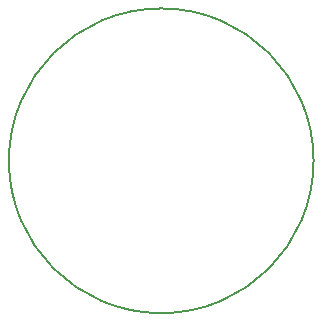
<source format=gbr>
%TF.GenerationSoftware,KiCad,Pcbnew,9.0.4*%
%TF.CreationDate,2025-10-04T22:45:10-03:00*%
%TF.ProjectId,encoder_magnetico,656e636f-6465-4725-9f6d-61676e657469,rev?*%
%TF.SameCoordinates,Original*%
%TF.FileFunction,Profile,NP*%
%FSLAX46Y46*%
G04 Gerber Fmt 4.6, Leading zero omitted, Abs format (unit mm)*
G04 Created by KiCad (PCBNEW 9.0.4) date 2025-10-04 22:45:10*
%MOMM*%
%LPD*%
G01*
G04 APERTURE LIST*
%TA.AperFunction,Profile*%
%ADD10C,0.200000*%
%TD*%
G04 APERTURE END LIST*
D10*
X62900000Y-50000000D02*
G75*
G02*
X37100000Y-50000000I-12900000J0D01*
G01*
X37100000Y-50000000D02*
G75*
G02*
X62900000Y-50000000I12900000J0D01*
G01*
M02*

</source>
